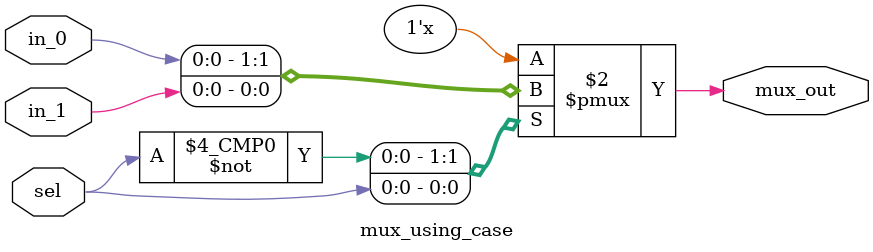
<source format=v>
module  mux_using_case(input in_0, in_1, sel, output mux_out);

reg  mux_out;

always @ (sel or in_0 or in_1)
	begin : MUX
		case(sel)
			1'b0 : mux_out = in_0;
     		1'b1 : mux_out = in_1;
		endcase
	end
endmodule

</source>
